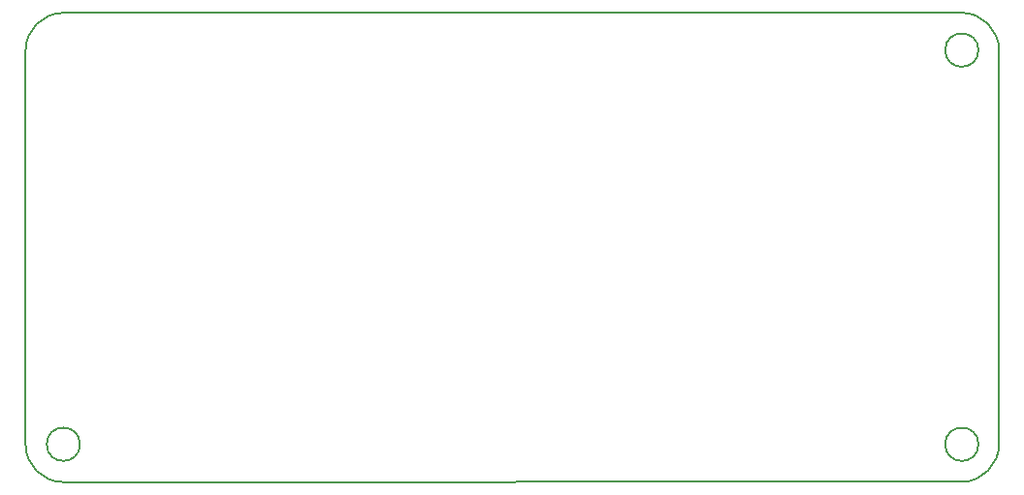
<source format=gbr>
%TF.GenerationSoftware,KiCad,Pcbnew,9.0.1-9.0.1-0~ubuntu24.04.1*%
%TF.CreationDate,2025-04-20T16:10:44+07:00*%
%TF.ProjectId,Gateway PCB v2,47617465-7761-4792-9050-43422076322e,rev?*%
%TF.SameCoordinates,Original*%
%TF.FileFunction,Profile,NP*%
%FSLAX46Y46*%
G04 Gerber Fmt 4.6, Leading zero omitted, Abs format (unit mm)*
G04 Created by KiCad (PCBNEW 9.0.1-9.0.1-0~ubuntu24.04.1) date 2025-04-20 16:10:44*
%MOMM*%
%LPD*%
G01*
G04 APERTURE LIST*
%TA.AperFunction,Profile*%
%ADD10C,0.200000*%
%TD*%
G04 APERTURE END LIST*
D10*
X62550000Y-101250000D02*
X140950000Y-101236875D01*
X142450000Y-97946556D02*
G75*
G02*
X139543112Y-97946556I-1453444J0D01*
G01*
X139543112Y-97946556D02*
G75*
G02*
X142450000Y-97946556I1453444J0D01*
G01*
X142450000Y-63496556D02*
G75*
G02*
X139543112Y-63496556I-1453444J0D01*
G01*
X139543112Y-63496556D02*
G75*
G02*
X142450000Y-63496556I1453444J0D01*
G01*
X59250000Y-63536875D02*
G75*
G02*
X62550000Y-60236900I3300000J-25D01*
G01*
X140950000Y-60223800D02*
G75*
G02*
X144250000Y-63523800I0J-3300000D01*
G01*
X62550000Y-60236900D02*
X140950000Y-60223775D01*
X144250000Y-97936875D02*
G75*
G02*
X140950000Y-101236900I-3300000J-25D01*
G01*
X59250000Y-97950000D02*
X59250000Y-63536875D01*
X64003444Y-97946556D02*
G75*
G02*
X61096556Y-97946556I-1453444J0D01*
G01*
X61096556Y-97946556D02*
G75*
G02*
X64003444Y-97946556I1453444J0D01*
G01*
X144250000Y-97936900D02*
X144250000Y-63523800D01*
X62550000Y-101250000D02*
G75*
G02*
X59250000Y-97950000I0J3300000D01*
G01*
M02*

</source>
